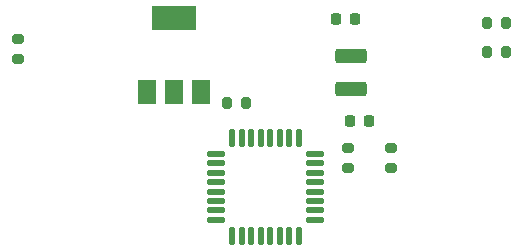
<source format=gtp>
G04 #@! TF.GenerationSoftware,KiCad,Pcbnew,7.0.1*
G04 #@! TF.CreationDate,2023-08-25T12:02:58+10:00*
G04 #@! TF.ProjectId,firetruck controller,66697265-7472-4756-936b-20636f6e7472,rev?*
G04 #@! TF.SameCoordinates,Original*
G04 #@! TF.FileFunction,Paste,Top*
G04 #@! TF.FilePolarity,Positive*
%FSLAX46Y46*%
G04 Gerber Fmt 4.6, Leading zero omitted, Abs format (unit mm)*
G04 Created by KiCad (PCBNEW 7.0.1) date 2023-08-25 12:02:58*
%MOMM*%
%LPD*%
G01*
G04 APERTURE LIST*
G04 Aperture macros list*
%AMRoundRect*
0 Rectangle with rounded corners*
0 $1 Rounding radius*
0 $2 $3 $4 $5 $6 $7 $8 $9 X,Y pos of 4 corners*
0 Add a 4 corners polygon primitive as box body*
4,1,4,$2,$3,$4,$5,$6,$7,$8,$9,$2,$3,0*
0 Add four circle primitives for the rounded corners*
1,1,$1+$1,$2,$3*
1,1,$1+$1,$4,$5*
1,1,$1+$1,$6,$7*
1,1,$1+$1,$8,$9*
0 Add four rect primitives between the rounded corners*
20,1,$1+$1,$2,$3,$4,$5,0*
20,1,$1+$1,$4,$5,$6,$7,0*
20,1,$1+$1,$6,$7,$8,$9,0*
20,1,$1+$1,$8,$9,$2,$3,0*%
G04 Aperture macros list end*
%ADD10R,1.500000X2.000000*%
%ADD11R,3.800000X2.000000*%
%ADD12RoundRect,0.225000X0.225000X0.250000X-0.225000X0.250000X-0.225000X-0.250000X0.225000X-0.250000X0*%
%ADD13RoundRect,0.250000X-1.075000X0.375000X-1.075000X-0.375000X1.075000X-0.375000X1.075000X0.375000X0*%
%ADD14RoundRect,0.200000X0.275000X-0.200000X0.275000X0.200000X-0.275000X0.200000X-0.275000X-0.200000X0*%
%ADD15RoundRect,0.200000X-0.275000X0.200000X-0.275000X-0.200000X0.275000X-0.200000X0.275000X0.200000X0*%
%ADD16RoundRect,0.125000X-0.625000X-0.125000X0.625000X-0.125000X0.625000X0.125000X-0.625000X0.125000X0*%
%ADD17RoundRect,0.125000X-0.125000X-0.625000X0.125000X-0.625000X0.125000X0.625000X-0.125000X0.625000X0*%
%ADD18RoundRect,0.200000X0.200000X0.275000X-0.200000X0.275000X-0.200000X-0.275000X0.200000X-0.275000X0*%
%ADD19RoundRect,0.225000X-0.225000X-0.250000X0.225000X-0.250000X0.225000X0.250000X-0.225000X0.250000X0*%
%ADD20RoundRect,0.200000X-0.200000X-0.275000X0.200000X-0.275000X0.200000X0.275000X-0.200000X0.275000X0*%
G04 APERTURE END LIST*
D10*
X206050000Y-40390000D03*
X208350000Y-40390000D03*
X210650000Y-40390000D03*
D11*
X208350000Y-34090000D03*
D12*
X223640000Y-34230000D03*
X222090000Y-34230000D03*
D13*
X223360000Y-37360000D03*
X223360000Y-40160000D03*
D14*
X195140000Y-37575000D03*
X195140000Y-35925000D03*
D15*
X223080000Y-45135000D03*
X223080000Y-46785000D03*
D16*
X211915000Y-45610000D03*
X211915000Y-46410000D03*
X211915000Y-47210000D03*
X211915000Y-48010000D03*
X211915000Y-48810000D03*
X211915000Y-49610000D03*
X211915000Y-50410000D03*
X211915000Y-51210000D03*
D17*
X213290000Y-52585000D03*
X214090000Y-52585000D03*
X214890000Y-52585000D03*
X215690000Y-52585000D03*
X216490000Y-52585000D03*
X217290000Y-52585000D03*
X218090000Y-52585000D03*
X218890000Y-52585000D03*
D16*
X220265000Y-51210000D03*
X220265000Y-50410000D03*
X220265000Y-49610000D03*
X220265000Y-48810000D03*
X220265000Y-48010000D03*
X220265000Y-47210000D03*
X220265000Y-46410000D03*
X220265000Y-45610000D03*
D17*
X218890000Y-44235000D03*
X218090000Y-44235000D03*
X217290000Y-44235000D03*
X216490000Y-44235000D03*
X215690000Y-44235000D03*
X214890000Y-44235000D03*
X214090000Y-44235000D03*
X213290000Y-44235000D03*
D18*
X236470000Y-34520000D03*
X234820000Y-34520000D03*
D19*
X223260000Y-42860000D03*
X224810000Y-42860000D03*
D20*
X212815000Y-41280000D03*
X214465000Y-41280000D03*
D14*
X226750000Y-46805000D03*
X226750000Y-45155000D03*
D18*
X236470000Y-37030000D03*
X234820000Y-37030000D03*
M02*

</source>
